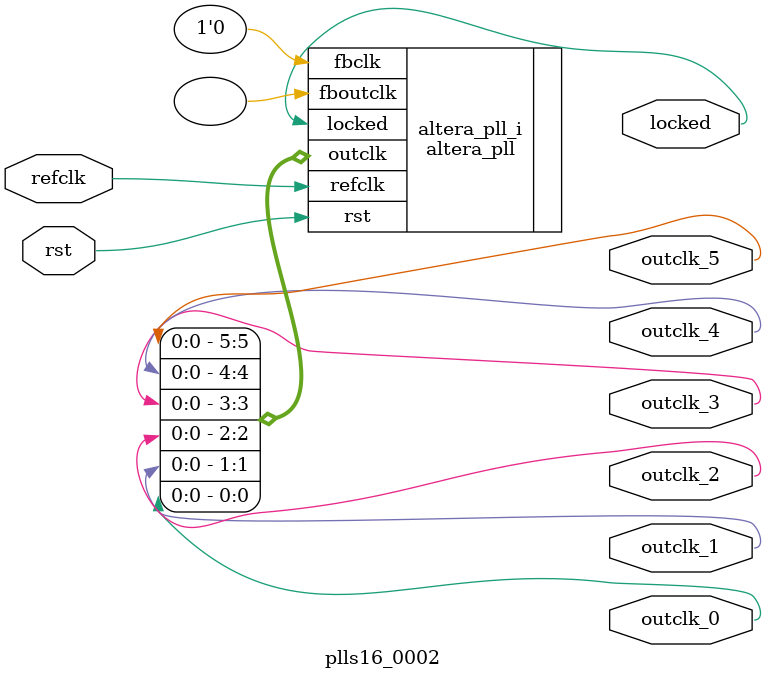
<source format=v>

`timescale 1ns/10ps
module  plls16_0002(

	// interface 'refclk'
	input wire refclk,

	// interface 'reset'
	input wire rst,

	// interface 'outclk0'
	output wire outclk_0,

	// interface 'outclk1'
	output wire outclk_1,

	// interface 'outclk2'
	output wire outclk_2,

	// interface 'outclk3'
	output wire outclk_3,

	// interface 'outclk4'
	output wire outclk_4,

	// interface 'outclk5'
	output wire outclk_5,

	// interface 'locked'
	output wire locked
);

	altera_pll #(
		.fractional_vco_multiplier("false"),
		.reference_clock_frequency("50.0 MHz"),
		.operation_mode("direct"),
		.number_of_clocks(6),
		.output_clock_frequency0("50.347222 MHz"),
		.phase_shift0("0 ps"),
		.duty_cycle0(50),
		.output_clock_frequency1("50.347222 MHz"),
		.phase_shift1("4965 ps"),
		.duty_cycle1(50),
		.output_clock_frequency2("25.173611 MHz"),
		.phase_shift2("0 ps"),
		.duty_cycle2(50),
		.output_clock_frequency3("6.293402 MHz"),
		.phase_shift3("0 ps"),
		.duty_cycle3(50),
		.output_clock_frequency4("50.347222 MHz"),
		.phase_shift4("0 ps"),
		.duty_cycle4(50),
		.output_clock_frequency5("50.347222 MHz"),
		.phase_shift5("0 ps"),
		.duty_cycle5(50),
		.output_clock_frequency6("0 MHz"),
		.phase_shift6("0 ps"),
		.duty_cycle6(50),
		.output_clock_frequency7("0 MHz"),
		.phase_shift7("0 ps"),
		.duty_cycle7(50),
		.output_clock_frequency8("0 MHz"),
		.phase_shift8("0 ps"),
		.duty_cycle8(50),
		.output_clock_frequency9("0 MHz"),
		.phase_shift9("0 ps"),
		.duty_cycle9(50),
		.output_clock_frequency10("0 MHz"),
		.phase_shift10("0 ps"),
		.duty_cycle10(50),
		.output_clock_frequency11("0 MHz"),
		.phase_shift11("0 ps"),
		.duty_cycle11(50),
		.output_clock_frequency12("0 MHz"),
		.phase_shift12("0 ps"),
		.duty_cycle12(50),
		.output_clock_frequency13("0 MHz"),
		.phase_shift13("0 ps"),
		.duty_cycle13(50),
		.output_clock_frequency14("0 MHz"),
		.phase_shift14("0 ps"),
		.duty_cycle14(50),
		.output_clock_frequency15("0 MHz"),
		.phase_shift15("0 ps"),
		.duty_cycle15(50),
		.output_clock_frequency16("0 MHz"),
		.phase_shift16("0 ps"),
		.duty_cycle16(50),
		.output_clock_frequency17("0 MHz"),
		.phase_shift17("0 ps"),
		.duty_cycle17(50),
		.pll_type("General"),
		.pll_subtype("General")
	) altera_pll_i (
		.rst	(rst),
		.outclk	({outclk_5, outclk_4, outclk_3, outclk_2, outclk_1, outclk_0}),
		.locked	(locked),
		.fboutclk	( ),
		.fbclk	(1'b0),
		.refclk	(refclk)
	);
endmodule


</source>
